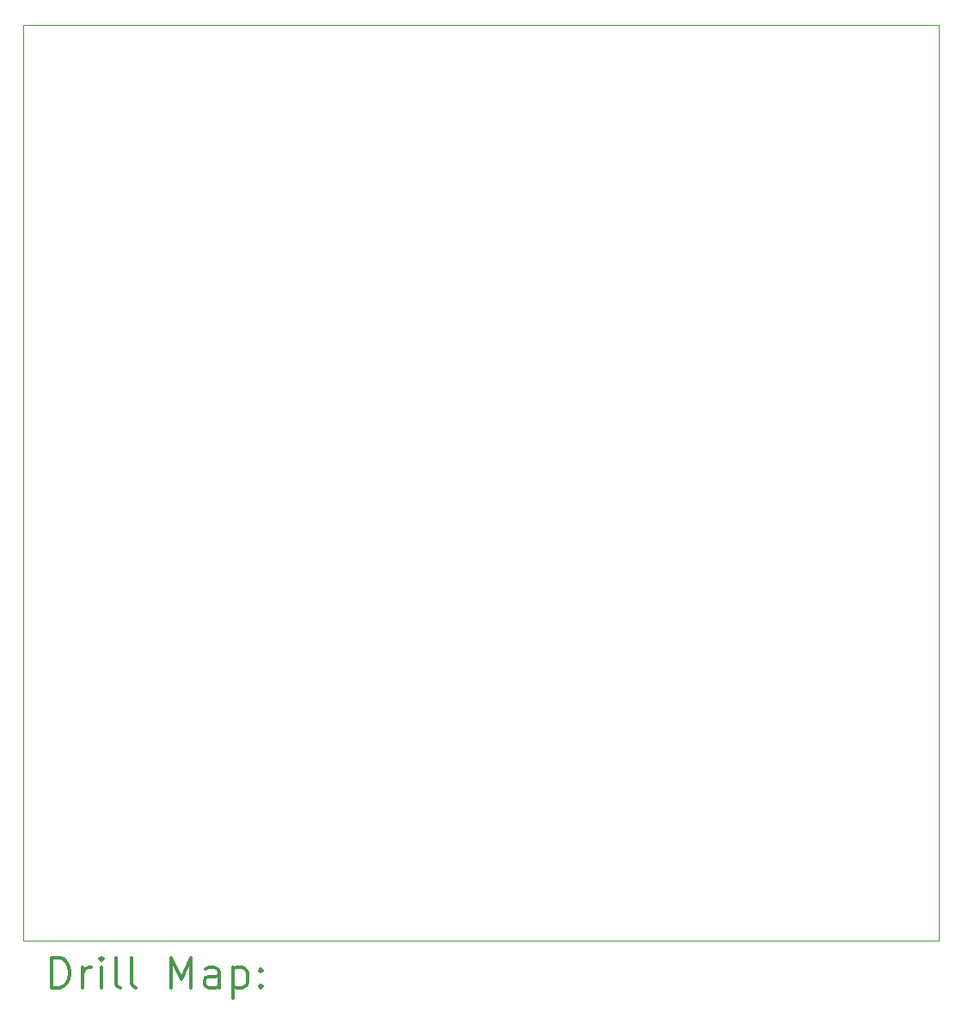
<source format=gbr>
%FSLAX45Y45*%
G04 Gerber Fmt 4.5, Leading zero omitted, Abs format (unit mm)*
G04 Created by KiCad (PCBNEW (5.1.10)-1) date 2023-02-12 14:12:39*
%MOMM*%
%LPD*%
G01*
G04 APERTURE LIST*
%TA.AperFunction,Profile*%
%ADD10C,0.050000*%
%TD*%
%ADD11C,0.200000*%
%ADD12C,0.300000*%
G04 APERTURE END LIST*
D10*
X16256000Y-12954000D02*
X16256000Y-3937000D01*
X16256000Y-12954000D02*
X7239000Y-12954000D01*
X7239000Y-12954000D02*
X7239000Y-3937000D01*
X7239000Y-3937000D02*
X16256000Y-3937000D01*
D11*
D12*
X7522928Y-13422214D02*
X7522928Y-13122214D01*
X7594357Y-13122214D01*
X7637214Y-13136500D01*
X7665786Y-13165071D01*
X7680071Y-13193643D01*
X7694357Y-13250786D01*
X7694357Y-13293643D01*
X7680071Y-13350786D01*
X7665786Y-13379357D01*
X7637214Y-13407929D01*
X7594357Y-13422214D01*
X7522928Y-13422214D01*
X7822928Y-13422214D02*
X7822928Y-13222214D01*
X7822928Y-13279357D02*
X7837214Y-13250786D01*
X7851500Y-13236500D01*
X7880071Y-13222214D01*
X7908643Y-13222214D01*
X8008643Y-13422214D02*
X8008643Y-13222214D01*
X8008643Y-13122214D02*
X7994357Y-13136500D01*
X8008643Y-13150786D01*
X8022928Y-13136500D01*
X8008643Y-13122214D01*
X8008643Y-13150786D01*
X8194357Y-13422214D02*
X8165786Y-13407929D01*
X8151500Y-13379357D01*
X8151500Y-13122214D01*
X8351500Y-13422214D02*
X8322928Y-13407929D01*
X8308643Y-13379357D01*
X8308643Y-13122214D01*
X8694357Y-13422214D02*
X8694357Y-13122214D01*
X8794357Y-13336500D01*
X8894357Y-13122214D01*
X8894357Y-13422214D01*
X9165786Y-13422214D02*
X9165786Y-13265071D01*
X9151500Y-13236500D01*
X9122928Y-13222214D01*
X9065786Y-13222214D01*
X9037214Y-13236500D01*
X9165786Y-13407929D02*
X9137214Y-13422214D01*
X9065786Y-13422214D01*
X9037214Y-13407929D01*
X9022928Y-13379357D01*
X9022928Y-13350786D01*
X9037214Y-13322214D01*
X9065786Y-13307929D01*
X9137214Y-13307929D01*
X9165786Y-13293643D01*
X9308643Y-13222214D02*
X9308643Y-13522214D01*
X9308643Y-13236500D02*
X9337214Y-13222214D01*
X9394357Y-13222214D01*
X9422928Y-13236500D01*
X9437214Y-13250786D01*
X9451500Y-13279357D01*
X9451500Y-13365071D01*
X9437214Y-13393643D01*
X9422928Y-13407929D01*
X9394357Y-13422214D01*
X9337214Y-13422214D01*
X9308643Y-13407929D01*
X9580071Y-13393643D02*
X9594357Y-13407929D01*
X9580071Y-13422214D01*
X9565786Y-13407929D01*
X9580071Y-13393643D01*
X9580071Y-13422214D01*
X9580071Y-13236500D02*
X9594357Y-13250786D01*
X9580071Y-13265071D01*
X9565786Y-13250786D01*
X9580071Y-13236500D01*
X9580071Y-13265071D01*
M02*

</source>
